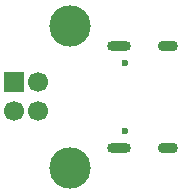
<source format=gbr>
%TF.GenerationSoftware,KiCad,Pcbnew,(6.0.11)*%
%TF.CreationDate,2023-06-18T18:32:15-07:00*%
%TF.ProjectId,usb-b-adapter,7573622d-622d-4616-9461-707465722e6b,rev?*%
%TF.SameCoordinates,Original*%
%TF.FileFunction,Soldermask,Bot*%
%TF.FilePolarity,Negative*%
%FSLAX46Y46*%
G04 Gerber Fmt 4.6, Leading zero omitted, Abs format (unit mm)*
G04 Created by KiCad (PCBNEW (6.0.11)) date 2023-06-18 18:32:15*
%MOMM*%
%LPD*%
G01*
G04 APERTURE LIST*
%ADD10R,1.700000X1.700000*%
%ADD11C,1.700000*%
%ADD12C,3.500000*%
%ADD13C,0.600000*%
%ADD14O,2.000000X0.900000*%
%ADD15O,1.700000X0.900000*%
G04 APERTURE END LIST*
D10*
%TO.C,J1*%
X121920000Y-104140000D03*
D11*
X121920000Y-106640000D03*
X123920000Y-106640000D03*
X123920000Y-104140000D03*
D12*
X126630000Y-111410000D03*
X126630000Y-99370000D03*
%TD*%
D13*
%TO.C,J2*%
X131282500Y-108290000D03*
X131282500Y-102510000D03*
D14*
X130792500Y-109725000D03*
X130792500Y-101075000D03*
D15*
X134962500Y-109725000D03*
X134962500Y-101075000D03*
%TD*%
M02*

</source>
